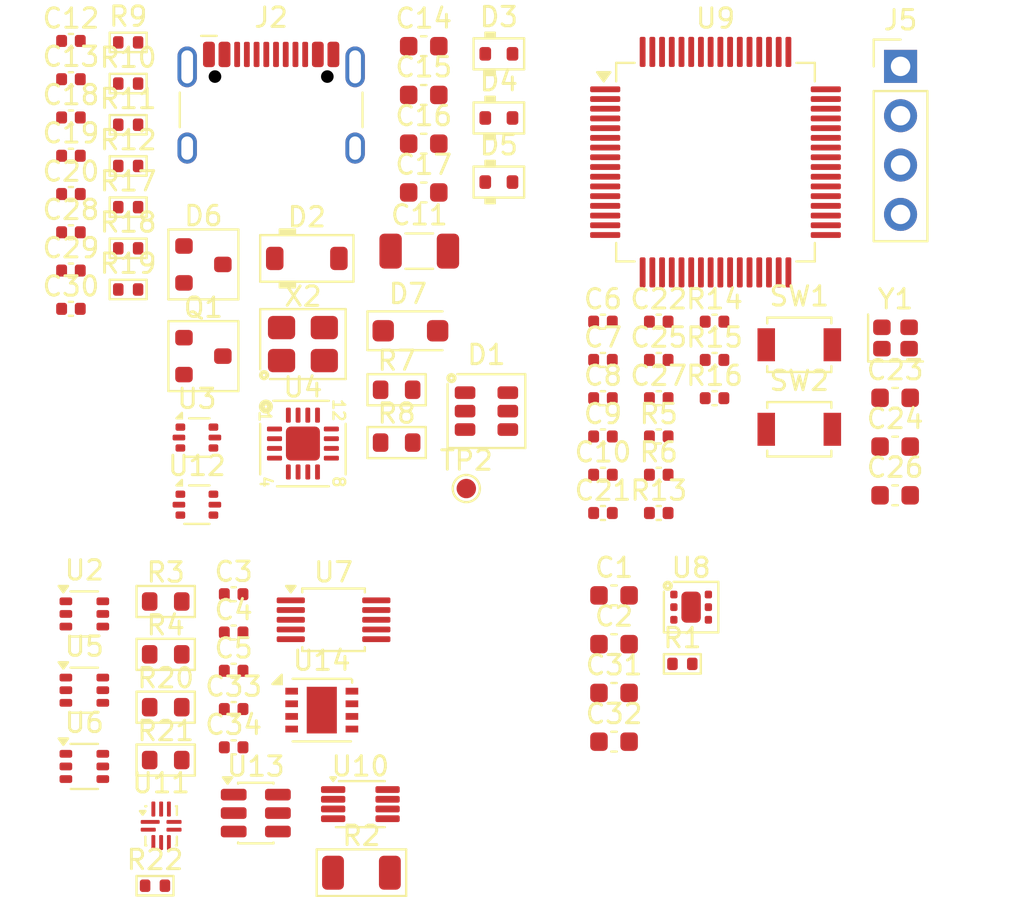
<source format=kicad_pcb>
(kicad_pcb (version 20241229) (generator "pcbnew") (generator_version "9.0")
  (layers (0 "F.Cu" signal) (2 "B.Cu" signal) (13 "F.Paste" user) (15 "B.Paste" user) (5 "F.SilkS" user "F.Silkscreen") (7 "B.SilkS" user "B.Silkscreen") (1 "F.Mask" user) (3 "B.Mask" user) (25 "Edge.Cuts" user))
  (net 0 "")
  (net 1 "GND")
  (net 2 "VBUS")
  (net 3 "GNDS")
  (net 4 "Net-(J2-CC2)")
  (net 5 "Net-(J2-CC1)")
  (net 8 "+5V")
  (net 9 "Net-(U1-PG)")
  (net 10 "+3.3V")
  (net 11 "Net-(R12-Pad1)")
  (net 12 "Net-(R11-Pad1)")
  (net 13 "Net-(U4-XO)")
  (net 15 "Net-(U4-RESET#{slash}CDP)")
  (net 19 "Net-(U4-VDD33)")
  (net 20 "Net-(U4-XI)")
  (net 23 "Net-(U7-Vin-)")
  (net 24 "Net-(U7-Vin+)")
  (net 26 "/IO/3.3V_VBUS")
  (net 27 "Net-(C13-Pad1)")
  (net 28 "Net-(U9-PH1)")
  (net 29 "Net-(U9-PH0)")
  (net 30 "Net-(U9-VCAP_2)")
  (net 31 "Net-(U9-VCAP_1)")
  (net 32 "/RESET")
  (net 33 "/TDI")
  (net 34 "/SWO{slash}TDO")
  (net 35 "/SWCLK{slash}TCK")
  (net 36 "/SWDIO{slash}TMS")
  (net 37 "Net-(D1-VP)")
  (net 38 "/Connection/nRESET_DEV")
  (net 39 "/Connection/IO_1")
  (net 40 "/Connection/IO_2")
  (net 41 "/Connection/CANH")
  (net 42 "/Connection/CANL")
  (net 43 "/Connection/D-")
  (net 44 "/Connection/D+")
  (net 45 "/SWCLK")
  (net 46 "/SWDIO")
  (net 47 "Net-(Q1-G)")
  (net 48 "/IO/IN+")
  (net 49 "/SCL")
  (net 50 "/SDA")
  (net 51 "/Connection/USB_DN")
  (net 52 "/Connection/USB_DP")
  (net 53 "/BOOT")
  (net 54 "Net-(U9-PA11)")
  (net 55 "/USB_D1-")
  (net 56 "/USB_D1+")
  (net 57 "Net-(U9-PA12)")
  (net 58 "/nRESET")
  (net 59 "Net-(U14-STBY)")
  (net 60 "/GPIO_VOLTAGE")
  (net 61 "/VBUS_EN")
  (net 62 "/VBUS_SW")
  (net 63 "/IO/3.3V_EN")
  (net 64 "/IO/5V_EN")
  (net 65 "/Connection/USB_D2-")
  (net 66 "/Connection/USB_D2+")
  (net 67 "/IO/5V_VBUS")
  (net 68 "/GPIO1")
  (net 71 "/COMM_SELECT")
  (net 73 "/GPIO_DIR")
  (net 81 "/GPIO2")
  (net 83 "/UART_TX")
  (net 90 "/RX_CAN")
  (net 91 "/UART_RX")
  (net 92 "/TX_CAN")
  (net 103 "/IO/VLOGIC")
  (net 104 "/Connection/D-{slash}RX")
  (net 105 "/Connection/D+{slash}TX")
  (net 106 "/Connection/Conn_D+{slash}TX")
  (net 107 "/Connection/Conn_D-{slash}RX")
  (footprint "Capacitor_SMD:C_1206_3216Metric" (layer "F.Cu") (at 132.6125 70.005)
    (property "Reference" "C11" (at 0 -1.85 0) (layer "F.SilkS"))
    (property "Value" "4.7nF/2kV")
    (pad "1" smd roundrect (at -1.475 0) (size 1.15 1.8) (layers "F.Cu" "F.Mask" "F.Paste") (roundrect_rratio 0.217391) (net 3 "GNDS"))
    (pad "2" smd roundrect (at 1.475 0) (size 1.15 1.8) (layers "F.Cu" "F.Mask" "F.Paste") (roundrect_rratio 0.217391) (net 1 "GND"))
  )
  (footprint "Capacitor_SMD:C_0402_1005Metric" (layer "F.Cu") (at 147.8025 73.635)
    (property "Reference" "R14" (at 0 -1.16 0) (layer "F.SilkS"))
    (property "Value" "10k")
    (pad "1" smd roundrect (at -0.48 0) (size 0.56 0.62) (layers "F.Cu" "F.Mask" "F.Paste") (net 53 "/BOOT"))
    (pad "2" smd roundrect (at 0.48 0) (size 0.56 0.62) (layers "F.Cu" "F.Mask" "F.Paste") (net 1 "GND"))
  )
  (footprint "Capacitor_SMD:C_0402_1005Metric" (layer "F.Cu") (at 147.8025 77.575)
    (property "Reference" "R16" (at 0 -1.16 0) (layer "F.SilkS"))
    (property "Value" "22")
    (pad "1" smd roundrect (at -0.48 0) (size 0.56 0.62) (layers "F.Cu" "F.Mask" "F.Paste") (net 57 "Net-(U9-PA12)"))
    (pad "2" smd roundrect (at 0.48 0) (size 0.56 0.62) (layers "F.Cu" "F.Mask" "F.Paste") (net 56 "/USB_D1+"))
  )
  (footprint "PCM_Resistor_SMD_AKL:R_0402_1005Metric" (layer "F.Cu") (at 146.1475 91.25)
    (property "Reference" "R1" (at 0 -1.3335 0) (layer "F.SilkS"))
    (property "Value" "1M" (hide yes))
    (pad "1" smd roundrect (at -0.51 0) (size 0.54 0.64) (layers "F.Cu" "F.Mask" "F.Paste") (net 8 "+5V"))
    (pad "2" smd roundrect (at 0.51 0) (size 0.54 0.64) (layers "F.Cu" "F.Mask" "F.Paste") (net 9 "Net-(U1-PG)"))
  )
  (footprint "PCM_Diode_SMD_AKL:D_SOD-523" (layer "F.Cu") (at 136.7075 59.85)
    (property "Reference" "D3" (at 0 -1.9 0) (layer "F.SilkS"))
    (property "Value" "ESD5Z5V0" (hide yes))
    (pad "1" smd roundrect (at -0.7 0 180) (size 0.6 0.7) (layers "F.Cu" "F.Mask" "F.Paste") (net 38 "/Connection/nRESET_DEV"))
    (pad "2" smd roundrect (at 0.7 0 180) (size 0.6 0.7) (layers "F.Cu" "F.Mask" "F.Paste") (net 1 "GND"))
  )
  (footprint "Capacitor_SMD:C_0402_1005Metric" (layer "F.Cu") (at 142.0625 73.635)
    (property "Reference" "C6" (at 0 -1.16 0) (layer "F.SilkS"))
    (property "Value" "100nF")
    (pad "1" smd roundrect (at -0.48 0) (size 0.56 0.62) (layers "F.Cu" "F.Mask" "F.Paste") (net 10 "+3.3V"))
    (pad "2" smd roundrect (at 0.48 0) (size 0.56 0.62) (layers "F.Cu" "F.Mask" "F.Paste") (net 1 "GND"))
  )
  (footprint "Diode_SMD:D_SOD-123F" (layer "F.Cu") (at 132.1575 74.105)
    (property "Reference" "D7" (at -0.127 -1.905 0) (layer "F.SilkS"))
    (property "Value" "SMF5.0A")
    (pad "1" smd roundrect (at -1.4 0) (size 1.1 1.1) (layers "F.Cu" "F.Mask" "F.Paste") (roundrect_rratio 0.2272727273) (net 2 "VBUS"))
    (pad "2" smd roundrect (at 1.4 0) (size 1.1 1.1) (layers "F.Cu" "F.Mask" "F.Paste") (roundrect_rratio 0.2272727273) (net 1 "GND"))
  )
  (footprint "Capacitor_SMD:C_0402_1005Metric" (layer "F.Cu") (at 123.0625 91.605)
    (property "Reference" "C5" (at 0 -1.16 0) (layer "F.SilkS"))
    (property "Value" "100nF")
    (pad "1" smd roundrect (at -0.48 0) (size 0.56 0.62) (layers "F.Cu" "F.Mask" "F.Paste") (net 24 "Net-(U7-Vin+)"))
    (pad "2" smd roundrect (at 0.48 0) (size 0.56 0.62) (layers "F.Cu" "F.Mask" "F.Paste") (net 23 "Net-(U7-Vin-)"))
  )
  (footprint "Button_Switch_SMD:SW_SPST_B3U-1000P" (layer "F.Cu") (at 152.1625 74.825)
    (property "Reference" "SW1" (at 0 -2.5 0) (layer "F.SilkS"))
    (property "Value" "SW_Push")
    (pad "1" smd rect (at -1.7 0) (size 0.9 1.7) (layers "F.Cu" "F.Mask" "F.Paste") (net 1 "GND"))
    (pad "2" smd rect (at 1.7 0) (size 0.9 1.7) (layers "F.Cu" "F.Mask" "F.Paste") (net 32 "/RESET"))
  )
  (footprint "Capacitor_SMD:C_0402_1005Metric" (layer "F.Cu") (at 142.0625 77.575)
    (property "Reference" "C8" (at 0 -1.16 0) (layer "F.SilkS"))
    (property "Value" "100nF")
    (pad "1" smd roundrect (at -0.48 0) (size 0.56 0.62) (layers "F.Cu" "F.Mask" "F.Paste") (net 10 "+3.3V"))
    (pad "2" smd roundrect (at 0.48 0) (size 0.56 0.62) (layers "F.Cu" "F.Mask" "F.Paste") (net 1 "GND"))
  )
  (footprint "Capacitor_SMD:C_0603_1608Metric" (layer "F.Cu") (at 132.8425 61.965)
    (property "Reference" "C15" (at 0 -1.43 0) (layer "F.SilkS"))
    (property "Value" "4.7uF")
    (pad "1" smd roundrect (at -0.775 0) (size 0.9 0.95) (layers "F.Cu" "F.Mask" "F.Paste") (net 8 "+5V"))
    (pad "2" smd roundrect (at 0.775 0) (size 0.9 0.95) (layers "F.Cu" "F.Mask" "F.Paste") (net 1 "GND"))
  )
  (footprint "Capacitor_SMD:C_0603_1608Metric" (layer "F.Cu") (at 142.6325 90.235)
    (property "Reference" "C2" (at 0 -1.43 0) (layer "F.SilkS"))
    (property "Value" "22uF")
    (pad "1" smd roundrect (at -0.775 0) (size 0.9 0.95) (layers "F.Cu" "F.Mask" "F.Paste") (net 26 "/IO/3.3V_VBUS"))
    (pad "2" smd roundrect (at 0.775 0) (size 0.9 0.95) (layers "F.Cu" "F.Mask" "F.Paste") (net 1 "GND"))
  )
  (footprint "Capacitor_SMD:C_0402_1005Metric" (layer "F.Cu") (at 123.0625 87.665)
    (property "Reference" "C3" (at 0 -1.16 0) (layer "F.SilkS"))
    (property "Value" "100nF")
    (pad "1" smd roundrect (at -0.48 0) (size 0.56 0.62) (layers "F.Cu" "F.Mask" "F.Paste") (net 1 "GND"))
    (pad "2" smd roundrect (at 0.48 0) (size 0.56 0.62) (layers "F.Cu" "F.Mask" "F.Paste") (net 10 "+3.3V"))
  )
  (footprint "Capacitor_SMD:C_0603_1608Metric" (layer "F.Cu") (at 132.8425 64.475)
    (property "Reference" "C16" (at 0 -1.43 0) (layer "F.SilkS"))
    (property "Value" "10uF")
    (pad "1" smd roundrect (at -0.775 0) (size 0.9 0.95) (layers "F.Cu" "F.Mask" "F.Paste") (net 19 "Net-(U4-VDD33)"))
    (pad "2" smd roundrect (at 0.775 0) (size 0.9 0.95) (layers "F.Cu" "F.Mask" "F.Paste") (net 1 "GND"))
  )
  (footprint "Capacitor_SMD:C_0603_1608Metric" (layer "F.Cu") (at 132.8425 59.455)
    (property "Reference" "C14" (at 0 -1.43 0) (layer "F.SilkS"))
    (property "Value" "4.7uF")
    (pad "1" smd roundrect (at -0.775 0) (size 0.9 0.95) (layers "F.Cu" "F.Mask" "F.Paste") (net 8 "+5V"))
    (pad "2" smd roundrect (at 0.775 0) (size 0.9 0.95) (layers "F.Cu" "F.Mask" "F.Paste") (net 1 "GND"))
  )
  (footprint "Capacitor_SMD:C_0402_1005Metric" (layer "F.Cu") (at 144.9325 73.635)
    (property "Reference" "C22" (at 0 -1.16 0) (layer "F.SilkS"))
    (property "Value" "12pF")
    (pad "1" smd roundrect (at -0.48 0) (size 0.56 0.62) (layers "F.Cu" "F.Mask" "F.Paste") (net 1 "GND"))
    (pad "2" smd roundrect (at 0.48 0) (size 0.56 0.62) (layers "F.Cu" "F.Mask" "F.Paste") (net 29 "Net-(U9-PH0)"))
  )
  (footprint "Capacitor_SMD:C_0402_1005Metric" (layer "F.Cu") (at 114.6925 61.155)
    (property "Reference" "C13" (at 0 -1.16 0) (layer "F.SilkS"))
    (property "Value" "100nF")
    (pad "1" smd roundrect (at -0.48 0) (size 0.56 0.62) (layers "F.Cu" "F.Mask" "F.Paste") (net 27 "Net-(C13-Pad1)"))
    (pad "2" smd roundrect (at 0.48 0) (size 0.56 0.62) (layers "F.Cu" "F.Mask" "F.Paste") (net 1 "GND"))
  )
  (footprint "PCM_Resistor_SMD_AKL:R_0402_1005Metric" (layer "F.Cu") (at 117.6375 71.98)
    (property "Reference" "R19" (at 0 -1.3335 0) (layer "F.SilkS"))
    (property "Value" "100k" (hide yes))
    (pad "1" smd roundrect (at -0.51 0) (size 0.54 0.64) (layers "F.Cu" "F.Mask" "F.Paste") (net 1 "GND"))
    (pad "2" smd roundrect (at 0.51 0) (size 0.54 0.64) (layers "F.Cu" "F.Mask" "F.Paste") (net 47 "Net-(Q1-G)"))
  )
  (footprint "Capacitor_SMD:C_0603_1608Metric" (layer "F.Cu") (at 142.6325 92.745)
    (property "Reference" "C31" (at 0 -1.43 0) (layer "F.SilkS"))
    (property "Value" "2.2uF")
    (pad "1" smd roundrect (at -0.775 0) (size 0.9 0.95) (layers "F.Cu" "F.Mask" "F.Paste") (net 10 "+3.3V"))
    (pad "2" smd roundrect (at 0.775 0) (size 0.9 0.95) (layers "F.Cu" "F.Mask" "F.Paste") (net 1 "GND"))
  )
  (footprint "Package_DFN_QFN:DFN-8-1EP_3x3mm_P0.65mm_EP1.55x2.4mm" (layer "F.Cu") (at 127.5975 93.63)
    (property "Reference" "U14" (at 0 -2.55 0) (layer "F.SilkS"))
    (property "Value" "MCP2542FDxMF")
    (pad "1" smd rect (at -1.55 -0.975) (size 0.65 0.35) (layers "F.Cu" "F.Mask" "F.Paste") (net 92 "/TX_CAN"))
    (pad "2" smd rect (at -1.55 -0.325) (size 0.65 0.35) (layers "F.Cu" "F.Mask" "F.Paste") (net 1 "GND"))
    (pad "3" smd rect (at -1.55 0.325) (size 0.65 0.35) (layers "F.Cu" "F.Mask" "F.Paste") (net 8 "+5V"))
    (pad "4" smd rect (at -1.55 0.975) (size 0.65 0.35) (layers "F.Cu" "F.Mask" "F.Paste") (net 90 "/RX_CAN"))
    (pad "5" smd rect (at 1.55 0.975) (size 0.65 0.35) (layers "F.Cu" "F.Mask" "F.Paste") (net 10 "+3.3V"))
    (pad "6" smd rect (at 1.55 0.325) (size 0.65 0.35) (layers "F.Cu" "F.Mask" "F.Paste") (net 42 "/Connection/CANL"))
    (pad "7" smd rect (at 1.55 -0.325) (size 0.65 0.35) (layers "F.Cu" "F.Mask" "F.Paste") (net 41 "/Connection/CANH"))
    (pad "8" smd rect (at 1.55 -0.975) (size 0.65 0.35) (layers "F.Cu" "F.Mask" "F.Paste") (net 59 "Net-(U14-STBY)"))
    (pad "9" smd rect (at 0 0) (size 1.55 2.4) (layers "F.Cu" "F.Mask") (net 1 "GND"))
  )
  (footprint "PCM_Resistor_SMD_AKL:R_0402_1005Metric" (layer "F.Cu") (at 117.6375 69.86)
    (property "Reference" "R18" (at 0 -1.3335 0) (layer "F.SilkS"))
    (property "Value" "1k" (hide yes))
    (pad "1" smd roundrect (at -0.51 0) (size 0.54 0.64) (layers "F.Cu" "F.Mask" "F.Paste") (net 58 "/nRESET"))
    (pad "2" smd roundrect (at 0.51 0) (size 0.54 0.64) (layers "F.Cu" "F.Mask" "F.Paste") (net 47 "Net-(Q1-G)"))
  )
  (footprint "Capacitor_SMD:C_0603_1608Metric" (layer "F.Cu") (at 157.0925 82.575)
    (property "Reference" "C26" (at 0 -1.43 0) (layer "F.SilkS"))
    (property "Value" "4.7uF")
    (pad "1" smd roundrect (at -0.775 0) (size 0.9 0.95) (layers "F.Cu" "F.Mask" "F.Paste") (net 10 "+3.3V"))
    (pad "2" smd roundrect (at 0.775 0) (size 0.9 0.95) (layers "F.Cu" "F.Mask" "F.Paste") (net 1 "GND"))
  )
  (footprint "Package_TO_SOT_SMD:SOT-666" (layer "F.Cu") (at 121.1725 79.6)
    (property "Reference" "U3" (at 0 -2 0) (layer "F.SilkS"))
    (property "Value" "USBLC6-2SC6")
    (pad "1" smd roundrect (at -0.85 -0.5375) (size 0.5 0.375) (layers "F.Cu" "F.Mask" "F.Paste") (net 43 "/Connection/D-"))
    (pad "2" smd roundrect (at -0.925 0) (size 0.65 0.3) (layers "F.Cu" "F.Mask" "F.Paste") (net 1 "GND"))
    (pad "3" smd roundrect (at -0.85 0.5375) (size 0.5 0.375) (layers "F.Cu" "F.Mask" "F.Paste") (net 44 "/Connection/D+"))
    (pad "4" smd roundrect (at 0.85 0.5375) (size 0.5 0.375) (layers "F.Cu" "F.Mask" "F.Paste") (net 11 "Net-(R12-Pad1)"))
    (pad "5" smd roundrect (at 0.925 0) (size 0.65 0.3) (layers "F.Cu" "F.Mask" "F.Paste") (net 2 "VBUS"))
    (pad "6" smd roundrect (at 0.85 -0.5375) (size 0.5 0.375) (layers "F.Cu" "F.Mask" "F.Paste") (net 12 "Net-(R11-Pad1)"))
  )
  (footprint "PCM_Crystal_AKL:Crystal_SMD_3225-4Pin_3.2x2.5mm" (layer "F.Cu") (at 126.6275 74.79)
    (property "Reference" "X2" (at 0 -2.45 0) (layer "F.SilkS"))
    (property "Value" "12MHz" (hide yes))
    (pad "1" smd roundrect (at -1.1 0.85) (size 1.4 1.2) (layers "F.Cu" "F.Mask" "F.Paste") (roundrect_rratio 0.2083333333) (net 13 "Net-(U4-XO)"))
    (pad "2" smd roundrect (at 1.1 0.85) (size 1.4 1.2) (layers "F.Cu" "F.Mask" "F.Paste") (roundrect_rratio 0.2083333333) (net 1 "GND"))
    (pad "3" smd roundrect (at 1.1 -0.85) (size 1.4 1.2) (layers "F.Cu" "F.Mask" "F.Paste") (roundrect_rratio 0.2083333333) (net 20 "Net-(U4-XI)"))
    (pad "4" smd roundrect (at -1.1 -0.85) (size 1.4 1.2) (layers "F.Cu" "F.Mask" "F.Paste") (roundrect_rratio 0.2083333333) (net 1 "GND"))
  )
  (footprint "Capacitor_SMD:C_0402_1005Metric" (layer "F.Cu") (at 144.9325 83.485)
    (property "Reference" "R13" (at 0 -1.16 0) (layer "F.SilkS"))
    (property "Value" "10k")
    (pad "1" smd roundrect (at -0.48 0) (size 0.56 0.62) (layers "F.Cu" "F.Mask" "F.Paste") (net 10 "+3.3V"))
    (pad "2" smd roundrect (at 0.48 0) (size 0.56 0.62) (layers "F.Cu" "F.Mask" "F.Paste") (net 32 "/RESET"))
  )
  (footprint "PCM_Diode_SMD_AKL:D_SOD-523" (layer "F.Cu") (at 136.7075 63.15)
    (property "Reference" "D4" (at 0 -1.9 0) (layer "F.SilkS"))
    (property "Value" "ESD5Z5V0" (hide yes))
    (pad "1" smd roundrect (at -0.7 0 180) (size 0.6 0.7) (layers "F.Cu" "F.Mask" "F.Paste") (net 39 "/Connection/IO_1"))
    (pad "2" smd roundrect (at 0.7 0 180) (size 0.6 0.7) (layers "F.Cu" "F.Mask" "F.Paste") (net 1 "GND"))
  )
  (footprint "PCM_Resistor_SMD_AKL:R_0603_1608Metric" (layer "F.Cu") (at 131.4475 79.86)
    (property "Reference" "R8" (at 0 -1.5 0) (layer "F.SilkS"))
    (property "Value" "1M" (hide yes))
    (pad "1" smd roundrect (at -0.825 0) (size 0.8 0.95) (layers "F.Cu" "F.Mask" "F.Paste") (net 3 "GNDS"))
    (pad "2" smd roundrect (at 0.825 0) (size 0.8 0.95) (layers "F.Cu" "F.Mask" "F.Paste") (net 1 "GND"))
  )
  (footprint "Capacitor_SMD:C_0402_1005Metric" (layer "F.Cu") (at 114.6925 72.975)
    (property "Reference" "C30" (at 0 -1.16 0) (layer "F.SilkS"))
    (property "Value" "100nF")
    (pad "1" smd roundrect (at -0.48 0) (size 0.56 0.62) (layers "F.Cu" "F.Mask" "F.Paste") (net 2 "VBUS"))
    (pad "2" smd roundrect (at 0.48 0) (size 0.56 0.62) (layers "F.Cu" "F.Mask" "F.Paste") (net 1 "GND"))
  )
  (footprint "Capacitor_SMD:C_0402_1005Metric" (layer "F.Cu") (at 144.9325 79.545)
    (property "Reference" "R5" (at 0 -1.16 0) (layer "F.SilkS"))
    (property "Value" "4.7k")
    (pad "1" smd roundrect (at -0.48 0) (size 0.56 0.62) (layers "F.Cu" "F.Mask" "F.Paste") (net 10 "+3.3V"))
    (pad "2" smd roundrect (at 0.48 0) (size 0.56 0.62) (layers "F.Cu" "F.Mask" "F.Paste") (net 49 "/SCL"))
  )
  (footprint "TestPoint:TestPoint_Pad_D1.0mm" (layer "F.Cu") (at 135.0325 82.225)
    (property "Reference" "TP2" (at 0 -1.448 0) (layer "F.SilkS"))
    (property "Value" "5V")
    (pad "1" smd circle (at 0 0) (size 1 1) (layers "F.Cu" "F.Mask") (net 8 "+5V"))
  )
  (footprint "Package_SO:VSSOP-10_3x3mm_P0.5mm" (layer "F.Cu") (at 128.2025 88.98)
    (property "Reference" "U7" (at 0 -2.45 0) (layer "F.SilkS"))
    (property "Value" "INA226")
    (pad "1" smd roundrect (at -2.2 -1) (size 1.45 0.3) (layers "F.Cu" "F.Mask" "F.Paste") (net 1 "GND"))
    (pad "2" smd roundrect (at -2.2 -0.5) (size 1.45 0.3) (layers "F.Cu" "F.Mask" "F.Paste") (net 1 "GND"))
    (pad "3" smd roundrect (at -2.2 0) (size 1.45 0.3) (layers "F.Cu" "F.Mask" "F.Paste"))
    (pad "4" smd roundrect (at -2.2 0.5) (size 1.45 0.3) (layers "F.Cu" "F.Mask" "F.Paste") (net 50 "/SDA"))
    (pad "5" smd roundrect (at -2.2 1) (size 1.45 0.3) (layers "F.Cu" "F.Mask" "F.Paste") (net 49 "/SCL"))
    (pad "6" smd roundrect (at 2.2 1) (size 1.45 0.3) (layers "F.Cu" "F.Mask" "F.Paste") (net 8 "+5V"))
    (pad "7" smd roundrect (at 2.2 0.5) (size 1.45 0.3) (layers "F.Cu" "F.Mask" "F.Paste") (net 1 "GND"))
    (pad "8" smd roundrect (at 2.2 0) (size 1.45 0.3) (layers "F.Cu" "F.Mask" "F.Paste") (net 2 "VBUS"))
    (pad "9" smd roundrect (at 2.2 -0.5) (size 1.45 0.3) (layers "F.Cu" "F.Mask" "F.Paste") (net 23 "Net-(U7-Vin-)"))
    (pad "10" smd roundrect (at 2.2 -1) (size 1.45 0.3) (layers "F.Cu" "F.Mask" "F.Paste") (net 24 "Net-(U7-Vin+)"))
  )
  (footprint "Crystal:Crystal_SMD_2016-4Pin_2.0x1.6mm" (layer "F.Cu") (at 157.1125 74.475)
    (property "Reference" "Y1" (at 0 -2 0) (layer "F.SilkS"))
    (property "Value" "25MHz")
    (pad "1" smd roundrect (at -0.7 0.55) (size 0.9 0.8) (layers "F.Cu" "F.Mask" "F.Paste") (net 28 "Net-(U9-PH1)"))
    (pad "2" smd roundrect (at 0.7 0.55) (size 0.9 0.8) (layers "F.Cu" "F.Mask" "F.Paste") (net 29 "Net-(U9-PH0)"))
    (pad "3" smd roundrect (at 0.7 -0.55) (size 0.9 0.8) (layers "F.Cu" "F.Mask" "F.Paste"))
    (pad "4" smd roundrect (at -0.7 -0.55) (size 0.9 0.8) (layers "F.Cu" "F.Mask" "F.Paste"))
  )
  (footprint "PCM_Resistor_SMD_AKL:R_1206_3216Metric" (layer "F.Cu") (at 129.6375 102)
    (property "Reference" "R2" (at 0 -1.905 0) (layer "F.SilkS"))
    (property "Value" "100m" (hide yes))
    (pad "1" smd roundrect (at -1.4625 0) (size 1.125 1.75) (layers "F.Cu" "F.Mask" "F.Paste") (roundrect_rratio 0.222222) (net 48 "/IO/IN+"))
    (pad "2" smd roundrect (at 1.4625 0) (size 1.125 1.75) (layers "F.Cu" "F.Mask" "F.Paste") (roundrect_rratio 0.222222) (net 2 "VBUS"))
  )
  (footprint "Button_Switch_SMD:SW_SPST_B3U-1000P" (layer "F.Cu") (at 152.1625 79.175)
    (property "Reference" "SW2" (at 0 -2.5 0) (layer "F.SilkS"))
    (property "Value" "SW_Push")
    (pad "1" smd rect (at -1.7 0) (size 0.9 1.7) (layers "F.Cu" "F.Mask" "F.Paste") (net 53 "/BOOT"))
    (pad "2" smd rect (at 1.7 0) (size 0.9 1.7) (layers "F.Cu" "F.Mask" "F.Paste") (net 10 "+3.3V"))
  )
  (footprint "PCM_Resistor_SMD_AKL:R_0402_1005Metric" (layer "F.Cu") (at 117.6375 59.26)
    (property "Reference" "R9" (at 0 -1.3335 0) (layer "F.SilkS"))
    (property "Value" "5.1k" (hide yes))
    (pad "1" smd roundrect (at -0.51 0) (size 0.54 0.64) (layers "F.Cu" "F.Mask" "F.Paste") (net 1 "GND"))
    (pad "2" smd roundrect (at 0.51 0) (size 0.54 0.64) (layers "F.Cu" "F.Mask" "F.Paste") (net 5 "Net-(J2-CC1)"))
  )
  (footprint "Capacitor_SMD:C_0402_1005Metric" (layer "F.Cu") (at 144.9325 75.605)
    (property "Reference" "C25" (at 0 -1.16 0) (layer "F.SilkS"))
    (property "Value" "100nF")
    (pad "1" smd roundrect (at -0.48 0) (size 0.56 0.62) (layers "F.Cu" "F.Mask" "F.Paste") (net 10 "+3.3V"))
    (pad "2" smd roundrect (at 0.48 0) (size 0.56 0.62) (layers "F.Cu" "F.Mask" "F.Paste") (net 1 "GND"))
  )
  (footprint "Package_TO_SOT_SMD:SOT-666" (layer "F.Cu") (at 121.1725 83.055)
    (property "Reference" "U12" (at 0 -2 0) (layer "F.SilkS"))
    (property "Value" "USBLC6-2SC6")
    (pad "1" smd roundrect (at -0.85 -0.5375) (size 0.5 0.375) (layers "F.Cu" "F.Mask" "F.Paste") (net 106 "/Connection/Conn_D+{slash}TX"))
    (pad "2" smd roundrect (at -0.925 0) (size 0.65 0.3) (layers "F.Cu" "F.Mask" "F.Paste") (net 1 "GND"))
    (pad "3" smd roundrect (at -0.85 0.5375) (size 0.5 0.375) (layers "F.Cu" "F.Mask" "F.Paste") (net 107 "/Connection/Conn_D-{slash}RX"))
    (pad "4" smd roundrect (at 0.85 0.5375) (size 0.5 0.375) (layers "F.Cu" "F.Mask" "F.Paste") (net 104 "/Connection/D-{slash}RX"))
    (pad "5" smd roundrect (at 0.925 0) (size 0.65 0.3) (layers "F.Cu" "F.Mask" "F.Paste") (net 2 "VBUS"))
    (pad "6" smd roundrect (at 0.85 -0.5375) (size 0.5 0.375) (layers "F.Cu" "F.Mask" "F.Paste") (net 105 "/Connection/D+{slash}TX"))
  )
  (footprint "Capacitor_SMD:C_0402_1005Metric" (layer "F.Cu") (at 114.6925 69.035)
    (property "Reference" "C28" (at 0 -1.16 0) (layer "F.SilkS"))
    (property "Value" "100nF")
    (pad "1" smd roundrect (at -0.48 0) (size 0.56 0.62) (layers "F.Cu" "F.Mask" "F.Paste") (net 2 "VBUS"))
    (pad "2" smd roundrect (at 0.48 0) (size 0.56 0.62) (layers "F.Cu" "F.Mask" "F.Paste") (net 1 "GND"))
  )
  (footprint "Capacitor_SMD:C_0402_1005Metric" (layer "F.Cu") (at 147.8025 75.605)
    (property "Reference" "R15" (at 0 -1.16 0) (layer "F.SilkS"))
    (property "Value" "22")
    (pad "1" smd roundrect (at -0.48 0) (size 0.56 0.62) (layers "F.Cu" "F.Mask" "F.Paste") (net 54 "Net-(U9-PA11)"))
    (pad "2" smd roundrect (at 0.48 0) (size 0.56 0.62) (layers "F.Cu" "F.Mask" "F.Paste") (net 55 "/USB_D1-"))
  )
  (footprint "Package_SO:VSSOP-8_2.3x2mm_P0.5mm" (layer "F.Cu") (at 129.5825 98.47)
    (property "Reference" "U10" (at 0 -1.95 0) (layer "F.SilkS"))
    (property "Value" "SN74LVC2T45DCUR")
    (pad "1" smd roundrect (at -1.4 -0.75) (size 1.25 0.35) (layers "F.Cu" "F.Mask" "F.Paste") (net 10 "+3.3V"))
    (pad "2" smd roundrect (at -1.4 -0.25) (size 1.25 0.35) (layers "F.Cu" "F.Mask" "F.Paste") (net 68 "/GPIO1"))
    (pad "3" smd roundrect (at -1.4 0.25) (size 1.25 0.35) (layers "F.Cu" "F.Mask" "F.Paste") (net 81 "/GPIO2"))
    (pad "4" smd roundrect (at -1.4 0.75) (size 1.25 0.35) (layers "F.Cu" "F.Mask" "F.Paste") (net 1 "GND"))
    (pad "5" smd roundrect (at 1.4 0.75) (size 1.25 0.35) (layers "F.Cu" "F.Mask" "F.Paste") (net 73 "/GPIO_DIR"))
    (pad "6" smd roundrect (at 1.4 0.25) (size 1.25 0.35) (layers "F.Cu" "F.Mask" "F.Paste") (net 40 "/Connection/IO_2"))
    (pad "7" smd roundrect (at 1.4 -0.25) (size 1.25 0.35) (layers "F.Cu" "F.Mask" "F.Paste") (net 39 "/Connection/IO_1"))
    (pad "8" smd roundrect (at 1.4 -0.75) (size 1.25 0.35) (layers "F.Cu" "F.Mask" "F.Paste") (net 103 "/IO/VLOGIC"))
  )
  (footprint "Capacitor_SMD:C_0603_1608Metric" (layer "F.Cu") (at 132.8425 66.985)
    (property "Reference" "C17" (at 0 -1.43 0) (layer "F.SilkS"))
    (property "Value" "1uF")
    (pad "1" smd roundrect (at -0.775 0) (size 0.9 0.95) (layers "F.Cu" "F.Mask" "F.Paste") (net 1 "GND"))
    (pad "2" smd roundrect (at 0.775 0) (size 0.9 0.95) (layers "F.Cu" "F.Mask" "F.Paste") (net 15 "Net-(U4-RESET#{slash}CDP)"))
  )
  (footprint "PCM_Diode_SMD_AKL:D_SOD-523" (layer "F.Cu") (at 136.7075 66.45)
    (property "Reference" "D5" (at 0 -1.9 0) (layer "F.SilkS"))
    (property "Value" "ESD5Z5V0" (hide yes))
    (pad "1" smd roundrect (at -0.7 0 180) (size 0.6 0.7) (layers "F.Cu" "F.Mask" "F.Paste") (net 40 "/Connection/IO_2"))
    (pad "2" smd roundrect (at 0.7 0 180) (size 0.6 0.7) (layers "F.Cu" "F.Mask" "F.Paste") (net 1 "GND"))
  )
  (footprint "Capacitor_SMD:C_0402_1005Metric" (layer "F.Cu") (at 123.0625 93.575)
    (property "Reference" "C33" (at 0 -1.16 0) (layer "F.SilkS"))
    (property "Value" "100nF")
    (pad "1" smd roundrect (at -0.48 0) (size 0.56 0.62) (layers "F.Cu" "F.Mask" "F.Paste") (net 10 "+3.3V"))
    (pad "2" smd roundrect (at 0.48 0) (size 0.56 0.62) (layers "F.Cu" "F.Mask" "F.Paste") (net 1 "GND"))
  )
  (footprint "Package_TO_SOT_SMD:SOT-363_SC-70-6" (layer "F.Cu") (at 115.3825 96.53)
    (property "Reference" "U6" (at 0 -2.25 0) (layer "F.SilkS"))
    (property "Value" "TPS22919")
    (pad "1" smd roundrect (at -0.95 -0.65) (size 0.65 0.4) (layers "F.Cu" "F.Mask" "F.Paste") (net 26 "/IO/3.3V_VBUS"))
    (pad "2" smd roundrect (at -0.95 0) (size 0.65 0.4) (layers "F.Cu" "F.Mask" "F.Paste") (net 1 "GND"))
    (pad "3" smd roundrect (at -0.95 0.65) (size 0.65 0.4) (layers "F.Cu" "F.Mask" "F.Paste") (net 63 "/IO/3.3V_EN"))
    (pad "4" smd roundrect (at 0.95 0.65) (size 0.65 0.4) (layers "F.Cu" "F.Mask" "F.Paste"))
    (pad "5" smd roundrect (at 0.95 0) (size 0.65 0.4) (layers "F.Cu" "F.Mask" "F.Paste") (net 48 "/IO/IN+"))
    (pad "6" smd roundrect (at 0.95 -0.65) (size 0.65 0.4) (layers "F.Cu" "F.Mask" "F.Paste") (net 48 "/IO/IN+"))
  )
  (footprint "Capacitor_SMD:C_0402_1005Metric" (layer "F.Cu") (at 114.6925 65.095)
    (property "Reference" "C19" (at 0 -1.16 0) (layer "F.SilkS"))
    (property "Value" "12pF")
    (pad "1" smd roundrect (at -0.48 0) (size 0.56 0.62) (layers "F.Cu" "F.Mask" "F.Paste") (net 13 "Net-(U4-XO)"))
    (pad "2" smd roundrect (at 0.48 0) (size 0.56 0.62) (layers "F.Cu" "F.Mask" "F.Paste") (net 1 "GND"))
  )
  (footprint "PCM_Package_DFN_QFN_AKL:QFN-16-1EP_3x3mm_P0.5mm_EP1.75x1.75mm" (layer "F.Cu") (at 126.6275 79.91)
    (property "Reference" "U4" (at 0 -2.9 0) (layer "F.SilkS"))
    (property "Value" "~" (hide yes))
    (fp_text user "12" (at 1.8415 -1.7145 270) (layer "F.SilkS") (effects (font (size 0.6 0.6) (thickness 0.12))))
    (fp_text user "8" (at 1.8415 1.9685 270) (layer "F.SilkS") (effects (font (size 0.6 0.6) (thickness 0.12))))
    (fp_text user "1" (at -1.955 -1.397 270) (layer "F.SilkS") (effects (font (size 0.6 0.6) (thickness 0.12))))
    (fp_text user "4" (at -1.905 1.9685 270) (layer "F.SilkS") (effects (font (size 0.6 0.6) (thickness 0.12))))
    (pad "1" smd roundrect (at -1.4625 -0.75) (size 0.775 0.25) (layers "F.Cu" "F.Mask" "F.Paste") (net 13 "Net-(U4-XO)"))
    (pad "2" smd roundrect (at -1.4625 -0.25) (size 0.775 0.25) (layers "F.Cu" "F.Mask" "F.Paste") (net 20 "Net-(U4-XI)"))
    (pad "3" smd roundrect (at -1.4625 0.25) (size 0.775 0.25) (layers "F.Cu" "F.Mask" "F.Paste"))
    (pad "4" smd roundrect (at -1.4625 0.75) (size 0.775 0.25) (layers "F.Cu" "F.Mask" "F.Paste"))
    (pad "5" smd roundrect (at -0.75 1.4625) (size 0.25 0.775) (layers "F.Cu" "F.Mask" "F.Paste"))
    (pad "6" smd roundrect (at -0.25 1.4625) (size 0.25 0.775) (layers "F.Cu" "F.Mask" "F.Paste"))
    (pad "7" smd roundrect (at 0.25 1.4625) (size 0.25 0.775) (layers "F.Cu" "F.Mask" "F.Paste") (net 65 "/Connection/USB_D2-"))
    (pad "8" smd roundrect (at 0.75 1.4625) (size 0.25 0.775) (layers "F.Cu" "F.Mask" "F.Paste") (net 66 "/Connection/USB_D2+"))
    (pad "9" smd roundrect (at 1.4625 0.75) (size 0.775 0.25) (layers "F.Cu" "F.Mask" "F.Paste") (net 55 "/USB_D1-"))
    (pad "10" smd roundrect (at 1.4625 0.25) (size 0.775 0.25) (layers "F.Cu" "F.Mask" "F.Paste") (net 56 "/USB_D1+"))
    (pad "11" smd roundrect (at 1.4625 -0.25) (size 0.775 0.25) (layers "F.Cu" "F.Mask" "F.Paste") (net 51 "/Connection/USB_DN"))
    (pad "12" smd roundrect (at 1.4625 -0.75) (size 0.775 0.25) (layers "F.Cu" "F.Mask" "F.Paste") (net 52 "/Connection/USB_DP"))
    (pad "13" smd roundrect (at 0.75 -1.4625) (size 0.25 0.775) (layers "F.Cu" "F.Mask" "F.Paste") (net 15 "Net-(U4-RESET#{slash}CDP)"))
    (pad "14" smd roundrect (at 0.25 -1.4625) (size 0.25 0.775) (layers "F.Cu" "F.Mask" "F.Paste") (net 1 "GND"))
    (pad "15" smd roundrect (at -0.25 -1.4625) (size 0.25 0.775) (layers "F.Cu" "F.Mask" "F.Paste") (net 8 "+5V"))
    (pad "16" smd roundrect (at -0.75 -1.4625) (size 0.25 0.775) (layers "F.Cu" "F.Mask" "F.Paste") (net 19 "Net-(U4-VDD33)"))
    (pad "17" smd roundrect (at 0 0) (size 1.75 1.75) (layers "F.Cu" "F.Mask") (roundrect_rratio 0.1428571429) (net 1 "GND"))
  )
  (footprint "Capacitor_SMD:C_0402_1005Metric" (layer "F.Cu") (at 114.6925 59.185)
    (property "Reference" "C12" (at 0 -1.16 0) (layer "F.SilkS"))
    (property "Value" "10nF")
    (pad "1" smd roundrect (at -0.48 0) (size 0.56 0.62) (layers "F.Cu" "F.Mask" "F.Paste") (net 2 "VBUS"))
    (pad "2" smd roundrect (at 0.48 0) (size 0.56 0.62) (layers "F.Cu" "F.Mask" "F.Paste") (net 1 "GND"))
  )
  (footprint "Capacitor_SMD:C_0402_1005Metric" (layer "F.Cu") (at 123.0625 95.545)
    (property "Reference" "C34" (at 0 -1.16 0) (layer "F.SilkS"))
    (property "Value" "100nF")
    (pad "1" smd roundrect (at -0.48 0) (size 0.56 0.62) (layers "F.Cu" "F.Mask" "F.Paste") (net 8 "+5V"))
    (pad "2" smd roundrect (at 0.48 0) (size 0.56 0.62) (layers "F.Cu" "F.Mask" "F.Paste") (net 1 "GND"))
  )
  (footprint "Capacitor_SMD:C_0603_1608Metric" (layer "F.Cu") (at 157.0925 80.065)
    (property "Reference" "C24" (at 0 -1.43 0) (layer "F.SilkS"))
    (property "Value" "2.2uF")
    (pad "1" smd roundrect (at -0.775 0) (size 0.9 0.95) (layers "F.Cu" "F.Mask" "F.Paste") (net 31 "Net-(U9-VCAP_1)"))
    (pad "2" smd roundrect (at 0.775 0) (size 0.9 0.95) (layers "F.Cu" "F.Mask" "F.Paste") (net 1 "GND"))
  )
  (footprint "PCM_Resistor_SMD_AKL:R_0603_1608Metric" (layer "F.Cu") (at 131.4475 77.14)
    (property "Reference" "R7" (at 0 -1.5 0) (layer "F.SilkS"))
    (property "Value" "0" (hide yes))
    (pad "1" smd roundrect (at -0.825 0) (size 0.8 0.95) (layers "F.Cu" "F.Mask" "F.Paste") (net 3 "GNDS"))
    (pad "2" smd roundrect (at 0.825 0) (size 0.8 0.95) (layers "F.Cu" "F.Mask" "F.Paste") (net 1 "GND"))
  )
  (footprint "Capacitor_SMD:C_0603_1608Metric" (layer "F.Cu") (at 157.0925 77.555)
    (property "Reference" "C23" (at 0 -1.43 0) (layer "F.SilkS"))
    (property "Value" "2.2uF")
    (pad "1" smd roundrect (at -0.775 0) (size 0.9 0.95) (layers "F.Cu" "F.Mask" "F.Paste") (net 30 "Net-(U9-VCAP_2)"))
    (pad "2" smd roundrect (at 0.775 0) (size 0.9 0.95) (layers "F.Cu" "F.Mask" "F.Paste") (net 1 "GND"))
  )
  (footprint "Package_TO_SOT_SMD:SOT-363_SC-70-6" (layer "F.Cu") (at 115.3825 92.605)
    (property "Reference" "U5" (at 0 -2.25 0) (layer "F.SilkS"))
    (property "Value" "TPS22919")
    (pad "1" smd roundrect (at -0.95 -0.65) (size 0.65 0.4) (layers "F.Cu" "F.Mask" "F.Paste") (net 67 "/IO/5V_VBUS"))
    (pad "2" smd roundrect (at -0.95 0) (size 0.65 0.4) (layers "F.Cu" "F.Mask" "F.Paste") (net 1 "GND"))
    (pad "3" smd roundrect (at -0.95 0.65) (size 0.65 0.4) (layers "F.Cu" "F.Mask" "F.Paste") (net 64 "/IO/5V_EN"))
    (pad "4" smd roundrect (at 0.95 0.65) (size 0.65 0.4) (layers "F.Cu" "F.Mask" "F.Paste"))
    (pad "5" smd roundrect (at 0.95 0) (size 0.65 0.4) (layers "F.Cu" "F.Mask" "F.Paste") (net 48 "/IO/IN+"))
    (pad "6" smd roundrect (at 0.95 -0.65) (size 0.65 0.4) (layers "F.Cu" "F.Mask" "F.Paste") (net 48 "/IO/IN+"))
  )
  (footprint "PCM_Resistor_SMD_AKL:R_0402_1005Metric" (layer "F.Cu") (at 117.6375 63.5)
    (property "Reference" "R11" (at 0 -1.3335 0) (layer "F.SilkS"))
    (property "Value" "0" (hide yes))
    (pad "1" smd roundrect (at -0.51 0) (size 0.54 0.64) (layers "F.Cu" "F.Mask" "F.Paste") (net 12 "Net-(R11-Pad1)"))
    (pad "2" smd roundrect (at 0.51 0) (size 0.54 0.64) (layers "F.Cu" "F.Mask" "F.Paste") (net 51 "/Connection/USB_DN"))
  )
  (footprint "PCM_Diode_SMD_AKL:D_SOD-123" (layer "F.Cu") (at 126.8275 70.38)
    (property "Reference" "D2" (at 0 -2.127 0) (layer "F.SilkS"))
    (property "Value" "PTVS5V0S1UTR" (hide yes))
    (pad "1" smd roundrect (at -1.65 0) (size 0.9 1.2) (layers "F.Cu" "F.Mask" "F.Paste") (net 2 "VBUS"))
    (pad "2" smd roundrect (at 1.65 0) (size 0.9 1.2) (layers "F.Cu" "F.Mask" "F.Paste") (net 1 "GND"))
  )
  (footprint "PCM_Package_TO_SOT_SMD_AKL:SOT-23" (layer "F.Cu") (at 121.5075 70.69)
    (property "Reference" "D6" (at 0 -2.5 0) (layer "F.SilkS"))
    (property "Value" "PESD2CAN" (hide yes))
    (pad "1" smd roundrect (at -1 -0.95) (size 0.9 0.8) (layers "F.Cu" "F.Mask" "F.Paste") (net 42 "/Connection/CANL"))
    (pad "2" smd roundrect (at -1 0.95) (size 0.9 0.8) (layers "F.Cu" "F.Mask" "F.Paste") (net 41 "/Connection/CANH"))
    (pad "3" smd roundrect (at 1 0) (size 0.9 0.8) (layers "F.Cu" "F.Mask" "F.Paste") (net 1 "GND"))
  )
  (footprint "PCM_Resistor_SMD_AKL:R_0402_1005Metric" (layer "F.Cu") (at 117.6375 67.74)
    (property "Reference" "R17" (at 0 -1.3335 0) (layer "F.SilkS"))
    (property "Value" "100k" (hide yes))
    (pad "1" smd roundrect (at -0.51 0) (size 0.54 0.64) (layers "F.Cu" "F.Mask" "F.Paste") (net 37 "Net-(D1-VP)"))
    (pad "2" smd roundrect (at 0.51 0) (size 0.54 0.64) (layers "F.Cu" "F.Mask" "F.Paste") (net 10 "+3.3V"))
  )
  (footprint "Package_TO_SOT_SMD:SOT-363_SC-70-6" (layer "F.Cu") (at 115.3825 88.68)
    (property "Reference" "U2" (at 0 -2.25 0) (layer "F.SilkS"))
    (property "Value" "74LVC1G18")
    (pad "1" smd roundrect (at -0.95 -0.65) (size 0.65 0.4) (layers "F.Cu" "F.Mask" "F.Paste") (net 62 "/VBUS_SW"))
    (pad "2" smd roundrect (at -0.95 0) (size 0.65 0.4) (layers "F.Cu" "F.Mask" "F.Paste") (net 1 "GND"))
    (pad "3" smd roundrect (at -0.95 0.65) (size 0.65 0.4) (layers "F.Cu" "F.Mask" "F.Paste") (net 61 "/VBUS_EN"))
    (pad "4" smd roundrect (at 0.95 0.65) (size 0.65 0.4) (layers "F.Cu" "F.Mask" "F.Paste") (net 64 "/IO/5V_EN"))
    (pad "5" smd roundrect (at 0.95 0) (size 0.65 0.4) (layers "F.Cu" "F.Mask" "F.Paste") (net 10 "+3.3V"))
    (pad "6" smd roundrect (at 0.95 -0.65) (size 0.65 0.4) (layers "F.Cu" "F.Mask" "F.Paste") (net 63 "/IO/3.3V_EN"))
  )
  (footprint "PCM_Resistor_SMD_AKL:R_0402_1005Metric" (layer "F.Cu") (at 119.0175 102.67)
    (property "Reference" "R22" (at 0 -1.3335 0) (layer "F.SilkS"))
    (property "Value" "100k" (hide yes))
    (pad "1" smd roundrect (at -0.51 0) (size 0.54 0.64) (layers "F.Cu" "F.Mask" "F.Paste") (net 1 "GND"))
    (pad "2" smd roundrect (at 0.51 0) (size 0.54 0.64) (layers "F.Cu" "F.Mask" "F.Paste") (net 60 "/GPIO_VOLTAGE"))
  )
  (footprint "Capacitor_SMD:C_0402_1005Metric" (layer "F.Cu") (at 144.9325 81.515)
    (property "Reference" "R6" (at 0 -1.16 0) (layer "F.SilkS"))
    (property "Value" "4.7k")
    (pad "1" smd roundrect (at -0.48 0) (size 0.56 0.62) (layers "F.Cu" "F.Mask" "F.Paste") (net 10 "+3.3V"))
    (pad "2" smd roundrect (at 0.48 0) (size 0.56 0.62) (layers "F.Cu" "F.Mask" "F.Paste") (net 50 "/SDA"))
  )
  (footprint "PCM_Resistor_SMD_AKL:R_0603_1608Metric" (layer "F.Cu") (at 119.5675 90.76)
    (property "Reference" "R4" (at 0 -1.5 0) (layer "F.SilkS"))
    (property "Value" "10" (hide yes))
    (pad "1" smd roundrect (at -0.825 0) (size 0.8 0.95) (layers "F.Cu" "F.Mask" "F.Paste") (net 2 "VBUS"))
    (pad "2" smd roundrect (at 0.825 0) (size 0.8 0.95) (layers "F.Cu" "F.Mask" "F.Paste") (net 23 "Net-(U7-Vin-)"))
  )
  (footprint "PCM_Resistor_SMD_AKL:R_0402_1005Metric" (layer "F.Cu") (at 117.6375 65.62)
    (property "Reference" "R12" (at 0 -1.3335 0) (layer "F.SilkS"))
    (property "Value" "0" (hide yes))
    (pad "1" smd roundrect (at -0.51 0) (size 0.54 0.64) (layers "F.Cu" "F.Mask" "F.Paste") (net 11 "Net-(R12-Pad1)"))
    (pad "2" smd roundrect (at 0.51 0) (size 0.54 0.64) (layers "F.Cu" "F.Mask" "F.Paste") (net 52 "/Connection/USB_DP"))
  )
  (footprint "PCM_Resistor_SMD_AKL:R_0603_1608Metric" (layer "F.Cu") (at 119.5675 88.04)
    (property "Reference" "R3" (at 0 -1.5 0) (layer "F.SilkS"))
    (property "Value" "10" (hide yes))
    (pad "1" smd roundrect (at -0.825 0) (size 0.8 0.95) (layers "F.Cu" "F.Mask" "F.Paste") (net 48 "/IO/IN+"))
    (pad "2" smd roundrect (at 0.825 0) (size 0.8 0.95) (layers "F.Cu" "F.Mask" "F.Paste") (net 24 "Net-(U7-Vin+)"))
  )
  (footprint "PCM_Resistor_SMD_AKL:R_0402_1005Metric" (layer "F.Cu") (at 117.6375 61.38)
    (property "Reference" "R10" (at 0 -1.3335 0) (layer "F.SilkS"))
    (property "Value" "5.1k" (hide yes))
    (pad "1" smd roundrect (at -0.51 0) (size 0.54 0.64) (layers "F.Cu" "F.Mask" "F.Paste") (net 1 "GND"))
    (pad "2" smd roundrect (at 0.51 0) (size 0.54 0.64) (layers "F.Cu" "F.Mask" "F.Paste") (net 4 "Net-(J2-CC2)"))
  )
  (footprint "Connector_PinHeader_2.54mm:PinHeader_1x04_P2.54mm_Vertical" (layer "F.Cu") (at 157.3725 60.495)
    (property "Reference" "J5" (at 0 -2.38 0) (layer "F.SilkS"))
    (property "Value" "Conn_MCU_PROG")
    (pad "1" thru_hole rect (at 0 0) (size 1.7 1.7) (drill 1) (layers "*.Cu" "*.Mask") (net 1 "GND"))
    (pad "2" thru_hole circle (at 0 2.54) (size 1.7 1.7) (drill 1) (layers "*.Cu" "*.Mask") (net 46 "/SWDIO"))
    (pad "3" thru_hole circle (at 0 5.08) (size 1.7 1.7) (drill 1) (layers "*.Cu" "*.Mask") (net 45 "/SWCLK"))
    (pad "4" thru_hole circle (at 0 7.62) (size 1.7 1.7) (drill 1) (layers "*.Cu" "*.Mask") (net 8 "+5V"))
  )
  (footprint "PCM_Resistor_SMD_AKL:R_0603_1608Metric" (layer "F.Cu") (at 119.5675 96.2)
    (property "Reference" "R21" (at 0 -1.5 0) (layer "F.SilkS"))
    (property "Value" "120R" (hide yes))
    (pad "1" smd roundrect (at -0.825 0) (size 0.8 0.95) (layers "F.Cu" "F.Mask" "F.Paste") (net 41 "/Connection/CANH"))
    (pad "2" smd roundrect (at 0.825 0) (size 0.8 0.95) (layers "F.Cu" "F.Mask" "F.Paste") (net 42 "/Connection/CANL"))
  )
  (footprint "Capacitor_SMD:C_0603_1608Metric" (layer "F.Cu") (at 142.6325 95.255)
    (property "Reference" "C32" (at 0 -1.43 0) (layer "F.SilkS"))
    (property "Value" "1uF")
    (pad "1" smd roundrect (at -0.775 0) (size 0.9 0.95) (layers "F.Cu" "F.Mask" "F.Paste") (net 8 "+5V"))
    (pad "2" smd roundrect (at 0.775 0) (size 0.9 0.95) (layers "F.Cu" "F.Mask" "F.Paste") (net 1 "GND"))
  )
  (footprint "PCM_Package_SON_AKL:WSON-6-1EP_2x2mm_P0.65mm_EP1x1.6mm" (layer "F.Cu") (at 146.5975 88.33)
    (property "Reference" "U8" (at 0 -2.032 0) (layer "F.SilkS"))
    (property "Value" "TLV76733DRVx" (hide yes))
    (pad "1" smd roundrect (at -0.8875 -0.65) (size 0.375 0.4) (layers "F.Cu" "F.Mask" "F.Paste") (net 10 "+3.3V"))
    (pad "2" smd roundrect (at -0.8875 0) (size 0.375 0.4) (layers "F.Cu" "F.Mask" "F.Paste") (net 10 "+3.3V"))
    (pad "3" smd roundrect (at -0.8875 0.65) (size 0.375 0.4) (layers "F.Cu" "F.Mask" "F.Paste") (net 1 "GND"))
    (pad "4" smd roundrect (at 0.8875 0.65) (size 0.375 0.4) (layers "F.Cu" "F.Mask" "F.Paste") (net 8 "+5V"))
    (pad "5" smd roundrect (at 0.8875 0) (size 0.375 0.4) (layers "F.Cu" "F.Mask" "F.Paste") (net 1 "GND"))
    (pad "6" smd roundrect (at 0.8875 -0.65) (size 0.375 0.4) (layers "F.Cu" "F.Mask" "F.Paste") (net 8 "+5V"))
    (pad "7" smd roundrect (at 0 0) (size 1 1.6) (layers "F.Cu" "F.Mask") (net 1 "GND"))
  )
  (footprint "PCM_Package_TO_SOT_SMD_AKL:SOT-23-6" (layer "F.Cu") (at 136.0675 78.24)
    (property "Reference" "D1" (at 0 -2.9 0) (layer "F.SilkS"))
    (property "Value" "SRV05-4" (hide yes))
    (pad "1" smd roundrect (at -1.1 -0.95) (size 1.06 0.65) (layers "F.Cu" "F.Mask" "F.Paste") (net 36 "/SWDIO{slash}TMS"))
    (pad "2" smd roundrect (at -1.1 0) (size 1.06 0.65) (layers "F.Cu" "F.Mask" "F.Paste") (net 1 "GND"))
    (pad "3" smd roundrect (at -1.1 0.95) (size 1.06 0.65) (layers "F.Cu" "F.Mask" "F.Paste") (net 35 "/SWCLK{slash}TCK"))
    (pad "4" smd roundrect (at 1.1 0.95) (size 1.06 0.65) (layers "F.Cu" "F.Mask" "F.Paste") (net 34 "/SWO{slash}TDO"))
    (pad "5" smd roundrect (at 1.1 0) (size 1.06 0.65) (layers "F.Cu" "F.Mask" "F.Paste") (net 37 "Net-(D1-VP)"))
    (pad "6" smd roundrect (at 1.1 -0.95) (size 1.06 0.65) (layers "F.Cu" "F.Mask" "F.Paste") (net 33 "/TDI"))
  )
  (footprint "Capacitor_SMD:C_0402_1005Metric" (layer "F.Cu") (at 144.9325 77.575)
    (property "Reference" "C27" (at 0 -1.16 0) (layer "F.SilkS"))
    (property "Value" "100nF")
    (pad "1" smd roundrect (at -0.48 0) (size 0.56 0.62) (layers "F.Cu" "F.Mask" "F.Paste") (net 32 "/RESET"))
    (pad "2" smd roundrect (at 0.48 0) (size 0.56 0.62) (layers "F.Cu" "F.Mask" "F.Paste") (net 1 "GND"))
  )
  (footprint "Connector_USB:USB_C_Receptacle_HCTL_HC-TYPE-C-16P-01A" (layer "F.Cu") (at 124.9925 63.625)
    (property "Reference" "J2" (at 0 -5.645 0) (layer "F.SilkS"))
    (property "Value" "USB_C")
    (pad "" np_thru_hole circle (at -2.89 -2.605) (size 0.65 0.65) (drill 0.65) (layers "*.Mask"))
    (pad "" np_thru_hole circle (at 2.89 -2.605) (size 0.65 0.65) (drill 0.65) (layers "*.Mask"))
    (pad "A1" smd roundrect (at -3.2 -3.745) (size 0.6 1.3) (layers "F.Cu" "F.Mask" "F.Paste") (net 1 "GND"))
    (pad "A4" smd roundrect (at -2.4 -3.745) (size 0.6 1.3) (layers "F.Cu" "F.Mask" "F.Paste") (net 2 "VBUS"))
    (pad "A5" smd roundrect (at -1.25 -3.745) (size 0.3 1.3) (layers "F.Cu" "F.Mask" "F.Paste") (net 5 "Net-(J2-CC1)"))
    (pad "A6" smd roundrect (at -0.25 -3.745) (size 0.3 1.3) (layers "F.Cu" "F.Mask" "F.Paste") (net 44 "/Connection/D+"))
    (pad "A7" smd roundrect (at 0.25 -3.745) (size 0.3 1.3) (layers "F.Cu" "F.Mask" "F.Paste") (net 43 "/Connection/D-"))
    (pad "A8" smd roundrect (at 1.25 -3.745) (size 0.3 1.3) (layers "F.Cu" "F.Mask" "F.Paste"))
    (pad "A9" smd roundrect (at 2.4 -3.745) (size 0.6 1.3) (layers "F.Cu" "F.Mask" "F.Paste") (net 2 "VBUS"))
    (pad "A12" smd roundrect (at 3.2 -3.745) (size 0.6 1.3) (layers "F.Cu" "F.Mask" "F.Paste") (net 1 "GND"))
    (pad "B1" smd roundrect (at 3.2 -3.745) (size 0.6 1.3) (layers "F.Cu" "F.Mask" "F.Paste") (net 1 "GND"))
    (pad "B4" smd roundrect (at 2.4 -3.745) (size 0.6 1.3) (layers "F.Cu" "F.Mask" "F.Paste") (net 2 "VBUS"))
    (pad "B5" smd roundrect (at 1.75 -3.745) (size 0.3 1.3) (layers "F.Cu" "F.Mask" "F.Paste") (net 4 "Net-(J2-CC2)"))
    (pad "B6" smd roundrect (at 0.75 -3.745) (size 0.3 1.3) (layers "F.Cu" "F.Mask" "F.Paste") (net 44 "/Connection/D+"))
    (pad "B7" smd roundrect (at -0.75 -3.745) (size 0.3 1.3) (layers "F.Cu" "F.Mask" "F.Paste") (net 43 "/Connection/D-"))
    (pad "B8" smd roundrect (at -1.75 -3.745) (size 0.3 1.3) (layers "F.Cu" "F.Mask" "F.Paste"))
    (pad "B9" smd roundrect (at -2.4 -3.745) (size 0.6 1.3) (layers "F.Cu" "F.Mask" "F.Paste") (net 2 "VBUS"))
    (pad "B12" smd roundrect (at -3.2 -3.745) (size 0.6 1.3) (layers "F.Cu" "F.Mask" "F.Paste") (net 1 "GND"))
    (pad "S1" thru_hole oval (at -4.32 -3.105) (size 1 2.1) (drill oval 0.6 1.7) (property pad_prop_heatsink) (layers "*.Cu" "*.Mask") (net 3 "GNDS"))
    (pad "S1" thru_hole oval (at -4.32 1.075) (size 1 1.6) (drill oval 0.6 1.2) (property pad_prop_heatsink) (layers "*.Cu" "*.Mask") (net 3 "GNDS"))
    (pad "S1" thru_hole oval (at 4.32 -3.105) (size 1 2.1) (drill oval 0.6 1.7) (property pad_prop_heatsink) (layers "*.Cu" "*.Mask") (net 3 "GNDS"))
    (pad "S1" thru_hole oval (at 4.32 1.075) (size 1 1.6) (drill oval 0.6 1.2) (property pad_prop_heatsink) (layers "*.Cu" "*.Mask") (net 3 "GNDS"))
  )
  (footprint "Capacitor_SMD:C_0402_1005Metric" (layer "F.Cu") (at 142.0625 81.515)
    (property "Reference" "C10" (at 0 -1.16 0) (layer "F.SilkS"))
    (property "Value" "100nF")
    (pad "1" smd roundrect (at -0.48 0) (size 0.56 0.62) (layers "F.Cu" "F.Mask" "F.Paste") (net 10 "+3.3V"))
    (pad "2" smd roundrect (at 0.48 0) (size 0.56 0.62) (layers "F.Cu" "F.Mask" "F.Paste") (net 1 "GND"))
  )
  (footprint "PCM_Resistor_SMD_AKL:R_0603_1608Metric" (layer "F.Cu") (at 119.5675 93.48)
    (property "Reference" "R20" (at 0 -1.5 0) (layer "F.SilkS"))
    (property "Value" "1k" (hide yes))
    (pad "1" smd roundrect (at -0.825 0) (size 0.8 0.95) (layers "F.Cu" "F.Mask" "F.Paste") (net 59 "Net-(U14-STBY)"))
    (pad "2" smd roundrect (at 0.825 0) (size 0.8 0.95) (layers "F.Cu" "F.Mask" "F.Paste") (net 1 "GND"))
  )
  (footprint "Capacitor_SMD:C_0402_1005Metric" (layer "F.Cu") (at 123.0625 89.635)
    (property "Reference" "C4" (at 0 -1.16 0) (layer "F.SilkS"))
    (property "Value" "100nF")
    (pad "1" smd roundrect (at -0.48 0) (size 0.56 0.62) (layers "F.Cu" "F.Mask" "F.Paste") (net 1 "GND"))
    (pad "2" smd roundrect (at 0.48 0) (size 0.56 0.62) (layers "F.Cu" "F.Mask" "F.Paste") (net 8 "+5V"))
  )
  (footprint "PCM_Package_TO_SOT_SMD_AKL:SOT-23" (layer "F.Cu") (at 121.5075 75.41)
    (property "Reference" "Q1" (at 0 -2.5 0) (layer "F.SilkS"))
    (property "Value" "BSS123" (hide yes))
    (pad "1" smd roundrect (at -1 -0.95) (size 0.9 0.8) (layers "F.Cu" "F.Mask" "F.Paste") (net 47 "Net-(Q1-G)"))
    (pad "2" smd roundrect (at -1 0.95) (size 0.9 0.8) (layers "F.Cu" "F.Mask" "F.Paste") (net 1 "GND"))
    (pad "3" smd roundrect (at 1 0) (size 0.9 0.8) (layers "F.Cu" "F.Mask" "F.Paste") (net 38 "/Connection/nRESET_DEV"))
  )
  (footprint "Capacitor_SMD:C_0402_1005Metric" (layer "F.Cu") (at 142.0625 83.485)
    (property "Reference" "C21" (at 0 -1.16 0) (layer "F.SilkS"))
    (property "Value" "12pF")
    (pad "1" smd roundrect (at -0.48 0) (size 0.56 0.62) (layers "F.Cu" "F.Mask" "F.Paste") (net 1 "GND"))
    (pad "2" smd roundrect (at 0.48 0) (size 0.56 0.62) (layers "F.Cu" "F.Mask" "F.Paste") (net 28 "Net-(U9-PH1)"))
  )
  (footprint "Capacitor_SMD:C_0402_1005Metric" (layer "F.Cu") (at 142.0625 75.605)
    (property "Reference" "C7" (at 0 -1.16 0) (layer "F.SilkS"))
    (property "Value" "100nF")
    (pad "1" smd roundrect (at -0.48 0) (size 0.56 0.62) (layers "F.Cu" "F.Mask" "F.Paste") (net 10 "+3.3V"))
    (pad "2" smd roundrect (at 0.48 0) (size 0.56 0.62) (layers "F.Cu" "F.Mask" "F.Paste") (net 1 "GND"))
  )
  (footprint "Capacitor_SMD:C_0402_1005Metric" (layer "F.Cu") (at 114.6925 63.125)
    (property "Reference" "C18" (at 0 -1.16 0) (layer "F.SilkS"))
    (property "Value" "100nF")
    (pad "1" smd roundrect (at -0.48 0) (size 0.56 0.62) (layers "F.Cu" "F.Mask" "F.Paste") (net 19 "Net-(U4-VDD33)"))
    (pad "2" smd roundrect (at 0.48 0) (size 0.56 0.62) (layers "F.Cu" "F.Mask" "F.Paste") (net 1 "GND"))
  )
  (footprint "Package_DFN_QFN:UQFN-10_1.4x1.8mm_P0.4mm" (layer "F.Cu") (at 119.3325 99.585)
    (property "Reference" "U11" (at 0 -2.2 0) (layer "F.SilkS"))
    (property "Value" "TS3USB30ERSWR")
    (pad "1" smd roundrect (at -0.5625 -0.2) (size 0.975 0.2) (layers "F.Cu" "F.Mask" "F.Paste") (net 66 "/Connection/USB_D2+"))
    (pad "2" smd roundrect (at -0.6625 0.2) (size 0.775 0.2) (layers "F.Cu" "F.Mask" "F.Paste") (net 83 "/UART_TX"))
    (pad "3" smd roundrect (at -0.4 0.8625) (size 0.2 0.775) (layers "F.Cu" "F.Mask" "F.Paste") (net 105 "/Connection/D+{slash}TX"))
    (pad "4" smd roundrect (at 0 0.8625) (size 0.2 0.775) (layers "F.Cu" "F.Mask" "F.Paste") (net 1 "GND"))
    (pad "5" smd roundrect (at 0.4 0.8625) (size 0.2 0.775) (layers "F.Cu" "F.Mask" "F.Paste") (net 104 "/Connection/D-{slash}RX"))
    (pad "6" smd roundrect (at 0.6625 0.2) (size 0.775 0.2) (layers "F.Cu" "F.Mask" "F.Paste") (net 91 "/UART_RX"))
    (pad "7" smd roundrect (at 0.6625 -0.2) (size 0.775 0.2) (layers "F.Cu" "F.Mask" "F.Paste") (net 65 "/Connection/USB_D2-"))
    (pad "8" smd roundrect (at 0.4 -0.8625) (size 0.2 0.775) (layers "F.Cu" "F.Mask" "F.Paste") (net 1 "GND"))
    (pad "9" smd roundrect (at 0 -0.8625) (size 0.2 0.775) (layers "F.Cu" "F.Mask" "F.Paste") (net 10 "+3.3V"))
    (pad "10" smd roundrect (at -0.4 -0.8625) (size 0.2 0.775) (layers "F.Cu" "F.Mask" "F.Paste") (net 71 "/COMM_SELECT"))
  )
  (footprint "Capacitor_SMD:C_0402_1005Metric" (layer "F.Cu") (at 114.6925 71.005)
    (property "Reference" "C29" (at 0 -1.16 0) (layer "F.SilkS"))
    (property "Value" "100nF")
    (pad "1" smd roundrect (at -0.48 0) (size 0.56 0.62) (layers "F.Cu" "F.Mask" "F.Paste") (net 1 "GND"))
    (pad "2" smd roundrect (at 0.48 0) (size 0.56 0.62) (layers "F.Cu" "F.Mask" "F.Paste") (net 2 "VBUS"))
  )
  (footprint "Capacitor_SMD:C_0402_1005Metric" (layer "F.Cu") (at 114.6925 67.065)
    (property "Reference" "C20" (at 0 -1.16 0) (layer "F.SilkS"))
    (property "Value" "12pF")
    (pad "1" smd roundrect (at -0.48 0) (size 0.56 0.62) (layers "F.Cu" "F.Mask" "F.Paste") (net 20 "Net-(U4-XI)"))
    (pad "2" smd roundrect (at 0.48 0) (size 0.56 0.62) (layers "F.Cu" "F.Mask" "F.Paste") (net 1 "GND"))
  )
  (footprint "Capacitor_SMD:C_0402_1005Metric" (layer "F.Cu") (at 142.0625 79.545)
    (property "Reference" "C9" (at 0 -1.16 0) (layer "F.SilkS"))
    (property "Value" "100nF")
    (pad "1" smd roundrect (at -0.48 0) (size 0.56 0.62) (layers "F.Cu" "F.Mask" "F.Paste") (net 10 "+3.3V"))
    (pad "2" smd roundrect (at 0.48 0) (size 0.56 0.62) (layers "F.Cu" "F.Mask" "F.Paste") (net 1 "GND"))
  )
  (footprint "Package_QFP:LQFP-64_10x10mm_P0.5mm" (layer "F.Cu") (at 147.8525 65.425)
    (property "Reference" "U9" (at 0 -7.4 0) (layer "F.SilkS"))
    (property "Value" "STM32F405RGTx")
    (pad "1" smd roundrect (at -5.675 -3.75) (size 1.55 0.3) (layers "F.Cu" "F.Mask" "F.Paste") (net 10 "+3.3V"))
    (pad "2" smd roundrect (at -5.675 -3.25) (size 1.55 0.3) (layers "F.Cu" "F.Mask" "F.Paste"))
    (pad "3" smd roundrect (at -5.675 -2.75) (size 1.55 0.3) (layers "F.Cu" "F.Mask" "F.Paste"))
    (pad "4" smd roundrect (at -5.675 -2.25) (size 1.55 0.3) (layers "F.Cu" "F.Mask" "F.Paste"))
    (pad "5" smd roundrect (at -5.675 -1.75) (size 1.55 0.3) (layers "F.Cu" "F.Mask" "F.Paste") (net 29 "Net-(U9-PH0)"))
    (pad "6" smd roundrect (at -5.675 -1.25) (size 1.55 0.3) (layers "F.Cu" "F.Mask" "F.Paste") (net 28 "Net-(U9-PH1)"))
    (pad "7" smd roundrect (at -5.675 -0.75) (size 1.55 0.3) (layers "F.Cu" "F.Mask" "F.Paste") (net 32 "/RESET"))
    (pad "8" smd roundrect (at -5.675 -0.25) (size 1.55 0.3) (layers "F.Cu" "F.Mask" "F.Paste") (net 61 "/VBUS_EN"))
    (pad "9" smd roundrect (at -5.675 0.25) (size 1.55 0.3) (layers "F.Cu" "F.Mask" "F.Paste") (net 62 "/VBUS_SW"))
    (pad "10" smd roundrect (at -5.675 0.75) (size 1.55 0.3) (layers "F.Cu" "F.Mask" "F.Paste"))
    (pad "11" smd roundrect (at -5.675 1.25) (size 1.55 0.3) (layers "F.Cu" "F.Mask" "F.Paste") (net 71 "/COMM_SELECT"))
    (pad "12" smd roundrect (at -5.675 1.75) (size 1.55 0.3) (layers "F.Cu" "F.Mask" "F.Paste") (net 1 "GND"))
    (pad "13" smd roundrect (at -5.675 2.25) (size 1.55 0.3) (layers "F.Cu" "F.Mask" "F.Paste") (net 10 "+3.3V"))
    (pad "14" smd roundrect (at -5.675 2.75) (size 1.55 0.3) (layers "F.Cu" "F.Mask" "F.Paste"))
    (pad "15" smd roundrect (at -5.675 3.25) (size 1.55 0.3) (layers "F.Cu" "F.Mask" "F.Paste"))
    (pad "16" smd roundrect (at -5.675 3.75) (size 1.55 0.3) (layers "F.Cu" "F.Mask" "F.Paste") (net 83 "/UART_TX"))
    (pad "17" smd roundrect (at -3.75 5.675) (size 0.3 1.55) (layers "F.Cu" "F.Mask" "F.Paste") (net 91 "/UART_RX"))
    (pad "18" smd roundrect (at -3.25 5.675) (size 0.3 1.55) (layers "F.Cu" "F.Mask" "F.Paste") (net 1 "GND"))
    (pad "19" smd roundrect (at -2.75 5.675) (size 0.3 1.55) (layers "F.Cu" "F.Mask" "F.Paste") (net 10 "+3.3V"))
    (pad "20" smd roundrect (at -2.25 5.675) (size 0.3 1.55) (layers "F.Cu" "F.Mask" "F.Paste"))
    (pad "21" smd roundrect (at -1.75 5.675) (size 0.3 1.55) (layers "F.Cu" "F.Mask" "F.Paste"))
    (pad "22" smd roundrect (at -1.25 5.675) (size 0.3 1.55) (layers "F.Cu" "F.Mask" "F.Paste"))
    (pad "23" smd roundrect (at -0.75 5.675) (size 0.3 1.55) (layers "F.Cu" "F.Mask" "F.Paste"))
    (pad "24" smd roundrect (at -0.25 5.675) (size 0.3 1.55) (layers "F.Cu" "F.Mask" "F.Paste"))
    (pad "25" smd roundrect (at 0.25 5.675) (size 0.3 1.55) (layers "F.Cu" "F.Mask" "F.Paste") (net 73 "/GPIO_DIR"))
    (pad "26" smd roundrect (at 0.75 5.675) (size 0.3 1.55) (layers "F.Cu" "F.Mask" "F.Paste"))
    (pad "27" smd roundrect (at 1.25 5.675) (size 0.3 1.55) (layers "F.Cu" "F.Mask" "F.Paste"))
    (pad "28" smd roundrect (at 1.75 5.675) (size 0.3 1.55) (layers "F.Cu" "F.Mask" "F.Paste"))
    (pad "29" smd roundrect (at 2.25 5.675) (size 0.3 1.55) (layers "F.Cu" "F.Mask" "F.Paste") (net 34 "/SWO{slash}TDO"))
    (pad "30" smd roundrect (at 2.75 5.675) (size 0.3 1.55) (layers "F.Cu" "F.Mask" "F.Paste"))
    (pad "31" smd roundrect (at 3.25 5.675) (size 0.3 1.55) (layers "F.Cu" "F.Mask" "F.Paste") (net 31 "Net-(U9-VCAP_1)"))
    (pad "32" smd roundrect (at 3.75 5.675) (size 0.3 1.55) (layers "F.Cu" "F.Mask" "F.Paste") (net 10 "+3.3V"))
    (pad "33" smd roundrect (at 5.675 3.75) (size 1.55 0.3) (layers "F.Cu" "F.Mask" "F.Paste") (net 58 "/nRESET"))
    (pad "34" smd roundrect (at 5.675 3.25) (size 1.55 0.3) (layers "F.Cu" "F.Mask" "F.Paste") (net 35 "/SWCLK{slash}TCK"))
    (pad "35" smd roundrect (at 5.675 2.75) (size 1.55 0.3) (layers "F.Cu" "F.Mask" "F.Paste") (net 36 "/SWDIO{slash}TMS"))
    (pad "36" smd roundrect (at 5.675 2.25) (size 1.55 0.3) (layers "F.Cu" "F.Mask" "F.Paste") (net 33 "/TDI"))
    (pad "37" smd roundrect (at 5.675 1.75) (size 1.55 0.3) (layers "F.Cu" "F.Mask" "F.Paste") (net 68 "/GPIO1"))
    (pad "38" smd roundrect (at 5.675 1.25) (size 1.55 0.3) (layers "F.Cu" "F.Mask" "F.Paste") (net 81 "/GPIO2"))
    (pad "39" smd roundrect (at 5.675 0.75) (size 1.55 0.3) (layers "F.Cu" "F.Mask" "F.Paste") (net 60 "/GPIO_VOLTAGE"))
    (pad "40" smd roundrect (at 5.675 0.25) (size 1.55 0.3) (layers "F.Cu" "F.Mask" "F.Paste"))
    (pad "41" smd roundrect (at 5.675 -0.25) (size 1.55 0.3) (layers "F.Cu" "F.Mask" "F.Paste"))
    (pad "42" smd roundrect (at 5.675 -0.75) (size 1.55 0.3) (layers "F.Cu" "F.Mask" "F.Paste"))
    (pad "43" smd roundrect (at 5.675 -1.25) (size 1.55 0.3) (layers "F.Cu" "F.Mask" "F.Paste"))
    (pad "44" smd roundrect (at 5.675 -1.75) (size 1.55 0.3) (layers "F.Cu" "F.Mask" "F.Paste") (net 54 "Net-(U9-PA11)"))
    (pad "45" smd roundrect (at 5.675 -2.25) (size 1.55 0.3) (layers "F.Cu" "F.Mask" "F.Paste") (net 57 "Net-(U9-PA12)"))
    (pad "46" smd roundrect (at 5.675 -2.75) (size 1.55 0.3) (layers "F.Cu" "F.Mask" "F.Paste") (net 46 "/SWDIO"))
    (pad "47" smd roundrect (at 5.675 -3.25) (size 1.55 0.3) (layers "F.Cu" "F.Mask" "F.Paste") (net 30 "Net-(U9-VCAP_2)"))
    (pad "48" smd roundrect (at 5.675 -3.75) (size 1.55 0.3) (layers "F.Cu" "F.Mask" "F.Paste") (net 10 "+3.3V"))
    (pad "49" smd roundrect (at 3.75 -5.675) (size 0.3 1.55) (layers "F.Cu" "F.Mask" "F.Paste") (net 45 "/SWCLK"))
    (pad "50" smd roundrect (at 3.25 -5.675) (size 0.3 1.55) (layers "F.Cu" "F.Mask" "F.Paste"))
    (pad "51" smd roundrect (at 2.75 -5.675) (size 0.3 1.55) (layers "F.Cu" "F.Mask" "F.Paste"))
    (pad "52" smd roundrect (at 2.25 -5.675) (size 0.3 1.55) (layers "F.Cu" "F.Mask" "F.Paste"))
    (pad "53" smd roundrect (at 1.75 -5.675) (size 0.3 1.55) (layers "F.Cu" "F.Mask" "F.Paste"))
    (pad "54" smd roundrect (at 1.25 -5.675) (size 0.3 1.55) (layers "F.Cu" "F.Mask" "F.Paste"))
    (pad "55" smd roundrect (at 0.75 -5.675) (size 0.3 1.55) (layers "F.Cu" "F.Mask" "F.Paste"))
    (pad "56" smd roundrect (at 0.25 -5.675) (size 0.3 1.55) (layers "F.Cu" "F.Mask" "F.Paste"))
    (pad "57" smd roundrect (at -0.25 -5.675) (size 0.3 1.55) (layers "F.Cu" "F.Mask" "F.Paste"))
    (pad "58" smd roundrect (at -0.75 -5.675) (size 0.3 1.55) (layers "F.Cu" "F.Mask" "F.Paste") (net 49 "/SCL"))
    (pad "59" smd roundrect (at -1.25 -5.675) (size 0.3 1.55) (layers "F.Cu" "F.Mask" "F.Paste") (net 50 "/SDA"))
    (pad "60" smd roundrect (at -1.75 -5.675) (size 0.3 1.55) (layers "F.Cu" "F.Mask" "F.Paste") (net 53 "/BOOT"))
    (pad "61" smd roundrect (at -2.25 -5.675) (size 0.3 1.55) (layers "F.Cu" "F.Mask" "F.Paste") (net 90 "/RX_CAN"))
    (pad "62" smd roundrect (at -2.75 -5.675) (size 0.3 1.55) (layers "F.Cu" "F.Mask" "F.Paste") (net 92 "/TX_CAN"))
    (pad "63" smd roundrect (at -3.25 -5.675) (size 0.3 1.55) (layers "F.Cu" "F.Mask" "F.Paste") (net 1 "GND"))
    (pad "64" smd roundrect (at -3.75 -5.675) (size 0.3 1.55) (layers "F.Cu" "F.Mask" "F.Paste") (net 10 "+3.3V"))
  )
  (footprint "Capacitor_SMD:C_0603_1608Metric" (layer "F.Cu") (at 142.6325 87.725)
    (property "Reference" "C1" (at 0 -1.43 0) (layer "F.SilkS"))
    (property "Value" "10uF")
    (pad "1" smd roundrect (at -0.775 0) (size 0.9 0.95) (layers "F.Cu" "F.Mask" "F.Paste") (net 1 "GND"))
    (pad "2" smd roundrect (at 0.775 0) (size 0.9 0.95) (layers "F.Cu" "F.Mask" "F.Paste") (net 8 "+5V"))
  )
  (footprint "Package_TO_SOT_SMD:SOT-23-6" (layer "F.Cu") (at 124.2025 98.93)
    (property "Reference" "U13" (at 0 -2.4 0) (layer "F.SilkS"))
    (property "Value" "TS5A3159DBV")
    (pad "1" smd roundrect (at -1.1375 -0.95) (size 1.325 0.6) (layers "F.Cu" "F.Mask" "F.Paste") (net 8 "+5V"))
    (pad "2" smd roundrect (at -1.1375 0) (size 1.325 0.6) (layers "F.Cu" "F.Mask" "F.Paste") (net 1 "GND"))
    (pad "3" smd roundrect (at -1.1375 0.95) (size 1.325 0.6) (layers "F.Cu" "F.Mask" "F.Paste") (net 10 "+3.3V"))
    (pad "4" smd roundrect (at 1.1375 0.95) (size 1.325 0.6) (layers "F.Cu" "F.Mask" "F.Paste") (net 103 "/IO/VLOGIC"))
    (pad "5" smd roundrect (at 1.1375 0) (size 1.325 0.6) (layers "F.Cu" "F.Mask" "F.Paste") (net 10 "+3.3V"))
    (pad "6" smd roundrect (at 1.1375 -0.95) (size 1.325 0.6) (layers "F.Cu" "F.Mask" "F.Paste") (net 60 "/GPIO_VOLTAGE"))
  )
)
</source>
